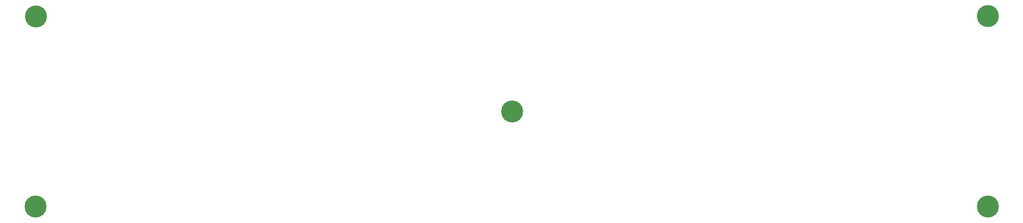
<source format=gts>
G04 #@! TF.GenerationSoftware,KiCad,Pcbnew,(5.0.0)*
G04 #@! TF.CreationDate,2018-11-27T16:47:10-08:00*
G04 #@! TF.ProjectId,ContraTopPlate,436F6E747261546F70506C6174652E6B,rev?*
G04 #@! TF.SameCoordinates,Original*
G04 #@! TF.FileFunction,Soldermask,Top*
G04 #@! TF.FilePolarity,Negative*
%FSLAX46Y46*%
G04 Gerber Fmt 4.6, Leading zero omitted, Abs format (unit mm)*
G04 Created by KiCad (PCBNEW (5.0.0)) date 11/27/18 16:47:10*
%MOMM*%
%LPD*%
G01*
G04 APERTURE LIST*
%ADD10C,4.400000*%
G04 APERTURE END LIST*
D10*
G04 #@! TO.C,REF\002A\002A*
X56007000Y-86360000D03*
G04 #@! TD*
G04 #@! TO.C,REF\002A\002A*
X55880000Y-124460000D03*
G04 #@! TD*
G04 #@! TO.C,REF\002A\002A*
X151257000Y-105410000D03*
G04 #@! TD*
G04 #@! TO.C,REF\002A\002A*
X246380000Y-86233000D03*
G04 #@! TD*
G04 #@! TO.C,REF\002A\002A*
X246380000Y-124460000D03*
G04 #@! TD*
M02*

</source>
